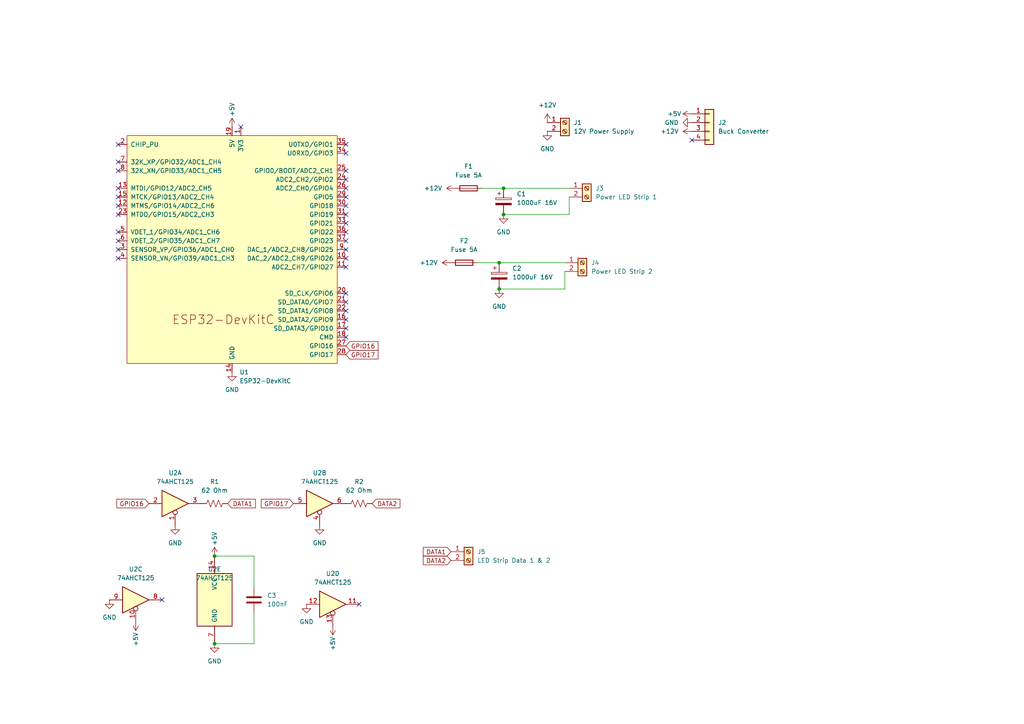
<source format=kicad_sch>
(kicad_sch (version 20250114) (generator "eeschema") (generator_version "9.0")
  (paper "A4")
  (lib_symbols
    (symbol "74xx:74AHCT125" (pin_names (offset 1.016))
      (property "Reference" "U" (at 0 1.27 0))
      (property "Value" "74AHCT125" (at 0 -1.27 0))
      (symbol "74AHCT125_1_0"
        (polyline (pts (xy -3.81 3.81) (xy -3.81 -3.81) (xy 3.81 0) (xy -3.81 3.81)) (stroke (width 0.254)) (fill (type background)))
        (pin input line (at -7.62 0 0) (length 3.81) (name "~") (number "2"))
        (pin input inverted (at 0 -6.35 90) (length 4.445) (name "~") (number "1"))
        (pin tri_state line (at 7.62 0 180) (length 3.81) (name "~") (number "3"))
      )
      (symbol "74AHCT125_2_0"
        (polyline (pts (xy -3.81 3.81) (xy -3.81 -3.81) (xy 3.81 0) (xy -3.81 3.81)) (stroke (width 0.254)) (fill (type background)))
        (pin input line (at -7.62 0 0) (length 3.81) (name "~") (number "5"))
        (pin input inverted (at 0 -6.35 90) (length 4.445) (name "~") (number "4"))
        (pin tri_state line (at 7.62 0 180) (length 3.81) (name "~") (number "6"))
      )
      (symbol "74AHCT125_3_0"
        (polyline (pts (xy -3.81 3.81) (xy -3.81 -3.81) (xy 3.81 0) (xy -3.81 3.81)) (stroke (width 0.254)) (fill (type background)))
        (pin input line (at -7.62 0 0) (length 3.81) (name "~") (number "9"))
        (pin input inverted (at 0 -6.35 90) (length 4.445) (name "~") (number "10"))
        (pin tri_state line (at 7.62 0 180) (length 3.81) (name "~") (number "8"))
      )
      (symbol "74AHCT125_4_0"
        (polyline (pts (xy -3.81 3.81) (xy -3.81 -3.81) (xy 3.81 0) (xy -3.81 3.81)) (stroke (width 0.254)) (fill (type background)))
        (pin input line (at -7.62 0 0) (length 3.81) (name "~") (number "12"))
        (pin input inverted (at 0 -6.35 90) (length 4.445) (name "~") (number "13"))
        (pin tri_state line (at 7.62 0 180) (length 3.81) (name "~") (number "11"))
      )
      (symbol "74AHCT125_5_0"
        (pin power_in line (at 0 12.7 270) (length 5.08) (name "VCC") (number "14"))
        (pin power_in line (at 0 -12.7 90) (length 5.08) (name "GND") (number "7"))
      )
      (symbol "74AHCT125_5_1"
        (rectangle (start -5.08 7.62) (end 5.08 -7.62) (stroke (width 0.254)) (fill (type background)))
      )
    )
    (symbol "Connector:Screw_Terminal_01x02" (pin_names (offset 1.016) (hide yes))
      (property "Reference" "J" (at 0 2.54 0))
      (property "Value" "Screw_Terminal_01x02" (at 0 -5.08 0))
      (symbol "Screw_Terminal_01x02_1_1"
        (rectangle (start -1.27 1.27) (end 1.27 -3.81) (stroke (width 0.254)) (fill (type background)))
        (polyline (pts (xy -0.5334 0.3302) (xy 0.3302 -0.508)) (stroke (width 0.1524)))
        (polyline (pts (xy -0.5334 -2.2098) (xy 0.3302 -3.048)) (stroke (width 0.1524)))
        (polyline (pts (xy -0.3556 0.508) (xy 0.508 -0.3302)) (stroke (width 0.1524)))
        (polyline (pts (xy -0.3556 -2.032) (xy 0.508 -2.8702)) (stroke (width 0.1524)))
        (circle (center 0 0) (radius 0.635) (stroke (width 0.1524)))
        (circle (center 0 -2.54) (radius 0.635) (stroke (width 0.1524)))
        (pin passive line (at -5.08 0 0) (length 3.81) (name "Pin_1") (number "1"))
        (pin passive line (at -5.08 -2.54 0) (length 3.81) (name "Pin_2") (number "2"))
      )
    )
    (symbol "Connector_Generic:Conn_01x04" (pin_names (offset 1.016) (hide yes))
      (property "Reference" "J" (at 0 5.08 0))
      (property "Value" "Conn_01x04" (at 0 -7.62 0))
      (symbol "Conn_01x04_1_1"
        (rectangle (start -1.27 3.81) (end 1.27 -6.35) (stroke (width 0.254)) (fill (type background)))
        (rectangle (start -1.27 2.667) (end 0 2.413) (stroke (width 0.1524)))
        (rectangle (start -1.27 0.127) (end 0 -0.127) (stroke (width 0.1524)))
        (rectangle (start -1.27 -2.413) (end 0 -2.667) (stroke (width 0.1524)))
        (rectangle (start -1.27 -4.953) (end 0 -5.207) (stroke (width 0.1524)))
        (pin passive line (at -5.08 2.54 0) (length 3.81) (name "Pin_1") (number "1"))
        (pin passive line (at -5.08 0 0) (length 3.81) (name "Pin_2") (number "2"))
        (pin passive line (at -5.08 -2.54 0) (length 3.81) (name "Pin_3") (number "3"))
        (pin passive line (at -5.08 -5.08 0) (length 3.81) (name "Pin_4") (number "4"))
      )
    )
    (symbol "Device:C" (pin_numbers (hide yes)) (pin_names (offset 0.254))
      (property "Reference" "C" (at 0.635 2.54 0))
      (property "Value" "C" (at 0.635 -2.54 0))
      (symbol "C_0_1"
        (polyline (pts (xy -2.032 0.762) (xy 2.032 0.762)) (stroke (width 0.508)))
        (polyline (pts (xy -2.032 -0.762) (xy 2.032 -0.762)) (stroke (width 0.508)))
      )
      (symbol "C_1_1"
        (pin passive line (at 0 3.81 270) (length 2.794) (name "~") (number "1"))
        (pin passive line (at 0 -3.81 90) (length 2.794) (name "~") (number "2"))
      )
    )
    (symbol "Device:C_Polarized" (pin_numbers (hide yes)) (pin_names (offset 0.254))
      (property "Reference" "C" (at 0.635 2.54 0))
      (property "Value" "C_Polarized" (at 0.635 -2.54 0))
      (symbol "C_Polarized_0_1"
        (rectangle (start -2.286 0.508) (end 2.286 1.016))
        (polyline (pts (xy -1.778 2.286) (xy -0.762 2.286)))
        (polyline (pts (xy -1.27 2.794) (xy -1.27 1.778)))
        (rectangle (start 2.286 -0.508) (end -2.286 -1.016) (fill (type outline)))
      )
      (symbol "C_Polarized_1_1"
        (pin passive line (at 0 3.81 270) (length 2.794) (name "~") (number "1"))
        (pin passive line (at 0 -3.81 90) (length 2.794) (name "~") (number "2"))
      )
    )
    (symbol "Device:Fuse" (pin_numbers (hide yes)) (pin_names (offset 0))
      (property "Reference" "F" (at 2.032 0 90))
      (property "Value" "Fuse" (at -1.905 0 90))
      (symbol "Fuse_0_1"
        (rectangle (start -0.762 -2.54) (end 0.762 2.54) (stroke (width 0.254)))
        (polyline (pts (xy 0 2.54) (xy 0 -2.54)))
      )
      (symbol "Fuse_1_1"
        (pin passive line (at 0 3.81 270) (length 1.27) (name "~") (number "1"))
        (pin passive line (at 0 -3.81 90) (length 1.27) (name "~") (number "2"))
      )
    )
    (symbol "Device:R_US" (pin_numbers (hide yes)) (pin_names (offset 0))
      (property "Reference" "R" (at 2.54 0 90))
      (property "Value" "R_US" (at -2.54 0 90))
      (symbol "R_US_0_1"
        (polyline (pts (xy 0 2.286) (xy 0 2.54)))
        (polyline (pts (xy 0 2.286) (xy 1.016 1.905) (xy 0 1.524) (xy -1.016 1.143) (xy 0 0.762)))
        (polyline (pts (xy 0 0.762) (xy 1.016 0.381) (xy 0 0) (xy -1.016 -0.381) (xy 0 -0.762)))
        (polyline (pts (xy 0 -0.762) (xy 1.016 -1.143) (xy 0 -1.524) (xy -1.016 -1.905) (xy 0 -2.286)))
        (polyline (pts (xy 0 -2.286) (xy 0 -2.54)))
      )
      (symbol "R_US_1_1"
        (pin passive line (at 0 3.81 270) (length 1.27) (name "~") (number "1"))
        (pin passive line (at 0 -3.81 90) (length 1.27) (name "~") (number "2"))
      )
    )
    (symbol "PCM_Espressif:ESP32-DevKitC" (pin_names (offset 1.016))
      (property "Reference" "U" (at -30.48 38.1 0))
      (property "Value" "ESP32-DevKitC" (at -30.48 35.56 0))
      (symbol "ESP32-DevKitC_0_0"
        (text "ESP32-DevKitC" (at -2.54 -20.32 0) (effects (font (size 2.54 2.54))))
        (pin power_in line (at 0 35.56 270) (length 2.54) (name "5V") (number "19"))
        (pin power_in line (at 0 -35.56 90) (length 2.54) (name "GND") (number "14"))
      )
      (symbol "ESP32-DevKitC_0_1"
        (rectangle (start -30.48 33.02) (end 30.48 -33.02) (fill (type background)))
      )
      (symbol "ESP32-DevKitC_1_1"
        (pin input line (at -33.02 30.48 0) (length 2.54) (name "CHIP_PU") (number "2"))
        (pin bidirectional line (at -33.02 25.4 0) (length 2.54) (name "32K_XP/GPIO32/ADC1_CH4") (number "7"))
        (pin bidirectional line (at -33.02 22.86 0) (length 2.54) (name "32K_XN/GPIO33/ADC1_CH5") (number "8"))
        (pin bidirectional line (at -33.02 17.78 0) (length 2.54) (name "MTDI/GPIO12/ADC2_CH5") (number "13"))
        (pin bidirectional line (at -33.02 15.24 0) (length 2.54) (name "MTCK/GPIO13/ADC2_CH4") (number "15"))
        (pin bidirectional line (at -33.02 12.7 0) (length 2.54) (name "MTMS/GPIO14/ADC2_CH6") (number "12"))
        (pin bidirectional line (at -33.02 10.16 0) (length 2.54) (name "MTDO/GPIO15/ADC2_CH3") (number "23"))
        (pin input line (at -33.02 5.08 0) (length 2.54) (name "VDET_1/GPIO34/ADC1_CH6") (number "5"))
        (pin input line (at -33.02 2.54 0) (length 2.54) (name "VDET_2/GPIO35/ADC1_CH7") (number "6"))
        (pin input line (at -33.02 0 0) (length 2.54) (name "SENSOR_VP/GPIO36/ADC1_CH0") (number "3"))
        (pin input line (at -33.02 -2.54 0) (length 2.54) (name "SENSOR_VN/GPIO39/ADC1_CH3") (number "4"))
        (pin passive line (at 0 -35.56 90) (length 2.54) (hide yes) (name "GND") (number "32"))
        (pin passive line (at 0 -35.56 90) (length 2.54) (hide yes) (name "GND") (number "38"))
        (pin power_in line (at 2.54 35.56 270) (length 2.54) (name "3V3") (number "1"))
        (pin bidirectional line (at 33.02 30.48 180) (length 2.54) (name "U0TXD/GPIO1") (number "35"))
        (pin bidirectional line (at 33.02 27.94 180) (length 2.54) (name "U0RXD/GPIO3") (number "34"))
        (pin bidirectional line (at 33.02 22.86 180) (length 2.54) (name "GPIO0/BOOT/ADC2_CH1") (number "25"))
        (pin bidirectional line (at 33.02 20.32 180) (length 2.54) (name "ADC2_CH2/GPIO2") (number "24"))
        (pin bidirectional line (at 33.02 17.78 180) (length 2.54) (name "ADC2_CH0/GPIO4") (number "26"))
        (pin bidirectional line (at 33.02 15.24 180) (length 2.54) (name "GPIO5") (number "29"))
        (pin bidirectional line (at 33.02 12.7 180) (length 2.54) (name "GPIO18") (number "30"))
        (pin bidirectional line (at 33.02 10.16 180) (length 2.54) (name "GPIO19") (number "31"))
        (pin bidirectional line (at 33.02 7.62 180) (length 2.54) (name "GPIO21") (number "33"))
        (pin bidirectional line (at 33.02 5.08 180) (length 2.54) (name "GPIO22") (number "36"))
        (pin bidirectional line (at 33.02 2.54 180) (length 2.54) (name "GPIO23") (number "37"))
        (pin bidirectional line (at 33.02 0 180) (length 2.54) (name "DAC_1/ADC2_CH8/GPIO25") (number "9"))
        (pin bidirectional line (at 33.02 -2.54 180) (length 2.54) (name "DAC_2/ADC2_CH9/GPIO26") (number "10"))
        (pin bidirectional line (at 33.02 -5.08 180) (length 2.54) (name "ADC2_CH7/GPIO27") (number "11"))
        (pin bidirectional line (at 33.02 -12.7 180) (length 2.54) (name "SD_CLK/GPIO6") (number "20"))
        (pin bidirectional line (at 33.02 -15.24 180) (length 2.54) (name "SD_DATA0/GPIO7") (number "21"))
        (pin bidirectional line (at 33.02 -17.78 180) (length 2.54) (name "SD_DATA1/GPIO8") (number "22"))
        (pin bidirectional line (at 33.02 -20.32 180) (length 2.54) (name "SD_DATA2/GPIO9") (number "16"))
        (pin bidirectional line (at 33.02 -22.86 180) (length 2.54) (name "SD_DATA3/GPIO10") (number "17"))
        (pin bidirectional line (at 33.02 -25.4 180) (length 2.54) (name "CMD") (number "18"))
        (pin bidirectional line (at 33.02 -27.94 180) (length 2.54) (name "GPIO16") (number "27"))
        (pin bidirectional line (at 33.02 -30.48 180) (length 2.54) (name "GPIO17") (number "28"))
      )
    )
    (symbol "power:+12V" (power) (pin_numbers (hide yes)) (pin_names (offset 0) (hide yes))
      (property "Value" "+12V" (at 0 3.556 0))
      (symbol "+12V_0_1"
        (polyline (pts (xy -0.762 1.27) (xy 0 2.54)))
        (polyline (pts (xy 0 2.54) (xy 0.762 1.27)))
        (polyline (pts (xy 0 0) (xy 0 2.54)))
      )
      (symbol "+12V_1_1"
        (pin power_in line (at 0 0 90) (length 0) (name "~") (number "1"))
      )
    )
    (symbol "power:+5V" (power) (pin_numbers (hide yes)) (pin_names (offset 0) (hide yes))
      (property "Value" "+5V" (at 0 3.556 0))
      (symbol "+5V_0_1"
        (polyline (pts (xy -0.762 1.27) (xy 0 2.54)))
        (polyline (pts (xy 0 2.54) (xy 0.762 1.27)))
        (polyline (pts (xy 0 0) (xy 0 2.54)))
      )
      (symbol "+5V_1_1"
        (pin power_in line (at 0 0 90) (length 0) (name "~") (number "1"))
      )
    )
    (symbol "power:GND" (power) (pin_numbers (hide yes)) (pin_names (offset 0) (hide yes))
      (property "Value" "GND" (at 0 -3.81 0))
      (symbol "GND_0_1"
        (polyline (pts (xy 0 0) (xy 0 -1.27) (xy 1.27 -1.27) (xy 0 -2.54) (xy -1.27 -1.27) (xy 0 -1.27)))
      )
      (symbol "GND_1_1"
        (pin power_in line (at 0 0 270) (length 0) (name "~") (number "1"))
      )
    )
  )
  (junction (at 144.78 83.82))
  (junction (at 62.23 186.69))
  (junction (at 146.05 54.61))
  (junction (at 144.78 76.2))
  (junction (at 62.23 161.29))
  (junction (at 146.05 62.23))
  (no_connect (at 34.29 59.69))
  (no_connect (at 100.33 72.39))
  (no_connect (at 100.33 57.15))
  (no_connect (at 34.29 57.15))
  (no_connect (at 100.33 69.85))
  (no_connect (at 100.33 64.77))
  (no_connect (at 200.66 40.64))
  (no_connect (at 34.29 72.39))
  (no_connect (at 100.33 67.31))
  (no_connect (at 34.29 46.99))
  (no_connect (at 46.99 173.99))
  (no_connect (at 34.29 49.53))
  (no_connect (at 69.85 36.83))
  (no_connect (at 34.29 67.31))
  (no_connect (at 100.33 44.45))
  (no_connect (at 100.33 97.79))
  (no_connect (at 100.33 52.07))
  (no_connect (at 100.33 62.23))
  (no_connect (at 100.33 41.91))
  (no_connect (at 34.29 62.23))
  (no_connect (at 100.33 85.09))
  (no_connect (at 100.33 49.53))
  (no_connect (at 34.29 41.91))
  (no_connect (at 34.29 69.85))
  (no_connect (at 100.33 59.69))
  (no_connect (at 100.33 54.61))
  (no_connect (at 104.14 175.26))
  (no_connect (at 100.33 74.93))
  (no_connect (at 100.33 90.17))
  (no_connect (at 100.33 95.25))
  (no_connect (at 34.29 54.61))
  (no_connect (at 100.33 77.47))
  (no_connect (at 34.29 74.93))
  (no_connect (at 100.33 87.63))
  (no_connect (at 100.33 92.71))
  (wire (pts (xy 73.66 170.18) (xy 73.66 161.29)))
  (wire (pts (xy 73.66 186.69) (xy 62.23 186.69)))
  (wire (pts (xy 165.1 57.15) (xy 165.1 62.23)))
  (wire (pts (xy 73.66 161.29) (xy 62.23 161.29)))
  (wire (pts (xy 165.1 62.23) (xy 146.05 62.23)))
  (wire (pts (xy 139.7 54.61) (xy 146.05 54.61)))
  (wire (pts (xy 163.83 83.82) (xy 144.78 83.82)))
  (wire (pts (xy 73.66 177.8) (xy 73.66 186.69)))
  (wire (pts (xy 163.83 78.74) (xy 163.83 83.82)))
  (wire (pts (xy 144.78 76.2) (xy 163.83 76.2)))
  (wire (pts (xy 146.05 54.61) (xy 165.1 54.61)))
  (wire (pts (xy 138.43 76.2) (xy 144.78 76.2)))
  (global_label "DATA2" (shape input) (at 107.95 146.05 0) (property "Intersheetrefs" "${INTERSHEET_REFS}" (effects (hide yes))))
  (global_label "DATA1" (shape input) (at 66.04 146.05 0) (property "Intersheetrefs" "${INTERSHEET_REFS}" (effects (hide yes))))
  (global_label "DATA2" (shape input) (at 130.81 162.56 180) (property "Intersheetrefs" "${INTERSHEET_REFS}" (effects (hide yes))))
  (global_label "DATA1" (shape input) (at 130.81 160.02 180) (property "Intersheetrefs" "${INTERSHEET_REFS}" (effects (hide yes))))
  (global_label "GPIO17" (shape input) (at 85.09 146.05 180) (property "Intersheetrefs" "${INTERSHEET_REFS}" (effects (hide yes))))
  (global_label "GPIO16" (shape input) (at 43.18 146.05 180) (property "Intersheetrefs" "${INTERSHEET_REFS}" (effects (hide yes))))
  (global_label "GPIO17" (shape input) (at 100.33 102.87 0) (property "Intersheetrefs" "${INTERSHEET_REFS}" (effects (hide yes))))
  (global_label "GPIO16" (shape input) (at 100.33 100.33 0) (property "Intersheetrefs" "${INTERSHEET_REFS}" (effects (hide yes))))
  (symbol (lib_id "power:+12V") (at 132.08 54.61 90) (unit 1)
    (property "Reference" "#PWR07" (effects (hide yes)))
    (property "Value" "+12V" (at 128.27 54.6099 90) (effects (justify left)))
    (property "Description" "Power symbol creates a global label with name \"+12V\"" (effects (hide yes)))
  )
  (symbol (lib_id "power:+5V") (at 96.52 181.61 180) (unit 1)
    (property "Reference" "#PWR016" (effects (hide yes)))
    (property "Value" "+5V" (at 96.52 186.69 90))
    (property "Description" "Power symbol creates a global label with name \"+5V\"" (effects (hide yes)))
  )
  (symbol (lib_id "power:+12V") (at 130.81 76.2 90) (unit 1)
    (property "Reference" "#PWR08" (effects (hide yes)))
    (property "Value" "+12V" (at 127 76.1999 90) (effects (justify left)))
    (property "Description" "Power symbol creates a global label with name \"+12V\"" (effects (hide yes)))
  )
  (symbol (lib_id "Device:C") (at 73.66 173.99 0) (unit 1)
    (property "Reference" "C3" (at 77.47 172.7199 0) (effects (justify left)))
    (property "Value" "100nF" (at 77.47 175.2599 0) (effects (justify left)))
    (property "Footprint" "Capacitor_THT:C_Rect_L4.0mm_W2.5mm_P2.50mm" (effects (hide yes)))
    (property "Description" "Unpolarized capacitor" (effects (hide yes)))
  )
  (symbol (lib_id "power:GND") (at 62.23 186.69 0) (unit 1)
    (property "Reference" "#PWR013" (effects (hide yes)))
    (property "Value" "GND" (at 62.23 191.77 0))
    (property "Description" "Power symbol creates a global label with name \"GND\" , ground" (effects (hide yes)))
  )
  (symbol (lib_id "74xx:74AHCT125") (at 92.71 146.05 0) (unit 2)
    (property "Reference" "U2" (at 92.71 137.16 0))
    (property "Value" "74AHCT125" (at 92.71 139.7 0))
    (property "Footprint" "Package_DIP:DIP-14_W7.62mm_Socket" (effects (hide yes)))
    (property "Datasheet" "https://www.ti.com/lit/ds/symlink/sn74ahct125.pdf" (effects (hide yes)))
    (property "Description" "Quadruple Bus Buffer Gates With 3-State Outputs" (effects (hide yes)))
  )
  (symbol (lib_id "power:GND") (at 88.9 175.26 0) (unit 1)
    (property "Reference" "#PWR017" (effects (hide yes)))
    (property "Value" "GND" (at 88.9 180.34 0))
    (property "Description" "Power symbol creates a global label with name \"GND\" , ground" (effects (hide yes)))
  )
  (symbol (lib_id "Connector:Screw_Terminal_01x02") (at 135.89 160.02 0) (unit 1)
    (property "Reference" "J5" (at 138.43 160.0199 0) (effects (justify left)))
    (property "Value" "LED Strip Data 1 & 2" (at 138.43 162.5599 0) (effects (justify left)))
    (property "Footprint" "TerminalBlock_Altech:Altech_AK100_1x02_P5.00mm" (effects (hide yes)))
    (property "Description" "Generic screw terminal, single row, 01x02, script generated (kicad-library-utils/schlib/autogen/connector/)" (effects (hide yes)))
  )
  (symbol (lib_id "Connector:Screw_Terminal_01x02") (at 168.91 76.2 0) (unit 1)
    (property "Reference" "J4" (at 171.45 76.1999 0) (effects (justify left)))
    (property "Value" "Power LED Strip 2" (at 171.45 78.7399 0) (effects (justify left)))
    (property "Footprint" "TerminalBlock_Altech:Altech_AK100_1x02_P5.00mm" (effects (hide yes)))
    (property "Description" "Generic screw terminal, single row, 01x02, script generated (kicad-library-utils/schlib/autogen/connector/)" (effects (hide yes)))
  )
  (symbol (lib_id "power:GND") (at 158.75 38.1 0) (unit 1)
    (property "Reference" "#PWR02" (effects (hide yes)))
    (property "Value" "GND" (at 158.75 43.18 0))
    (property "Description" "Power symbol creates a global label with name \"GND\" , ground" (effects (hide yes)))
  )
  (symbol (lib_id "power:GND") (at 50.8 152.4 0) (unit 1)
    (property "Reference" "#PWR014" (effects (hide yes)))
    (property "Value" "GND" (at 50.8 157.48 0))
    (property "Description" "Power symbol creates a global label with name \"GND\" , ground" (effects (hide yes)))
  )
  (symbol (lib_id "power:+12V") (at 158.75 35.56 0) (unit 1)
    (property "Reference" "#PWR01" (effects (hide yes)))
    (property "Value" "+12V" (at 158.75 30.48 0))
    (property "Description" "Power symbol creates a global label with name \"+12V\"" (effects (hide yes)))
  )
  (symbol (lib_id "74xx:74AHCT125") (at 50.8 146.05 0) (unit 1)
    (property "Reference" "U2" (at 50.8 137.16 0))
    (property "Value" "74AHCT125" (at 50.8 139.7 0))
    (property "Footprint" "Package_DIP:DIP-14_W7.62mm_Socket" (effects (hide yes)))
    (property "Datasheet" "https://www.ti.com/lit/ds/symlink/sn74ahct125.pdf" (effects (hide yes)))
    (property "Description" "Quadruple Bus Buffer Gates With 3-State Outputs" (effects (hide yes)))
  )
  (symbol (lib_id "power:GND") (at 67.31 107.95 0) (unit 1)
    (property "Reference" "#PWR011" (effects (hide yes)))
    (property "Value" "GND" (at 67.31 113.03 0))
    (property "Description" "Power symbol creates a global label with name \"GND\" , ground" (effects (hide yes)))
  )
  (symbol (lib_id "Device:R_US") (at 104.14 146.05 90) (unit 1)
    (property "Reference" "R2" (at 104.14 139.7 90))
    (property "Value" "62 Ohm" (at 104.14 142.24 90))
    (property "Footprint" "Resistor_THT:R_Axial_DIN0204_L3.6mm_D1.6mm_P5.08mm_Horizontal" (effects (hide yes)))
    (property "Description" "Resistor, US symbol" (effects (hide yes)))
  )
  (symbol (lib_id "Connector_Generic:Conn_01x04") (at 205.74 35.56 0) (unit 1)
    (property "Reference" "J2" (at 208.28 35.5599 0) (effects (justify left)))
    (property "Value" "Buck Converter" (at 208.28 38.0999 0) (effects (justify left)))
    (property "Footprint" "Connector_PinHeader_2.54mm:PinHeader_1x04_P2.54mm_Vertical" (effects (hide yes)))
    (property "Description" "Generic connector, single row, 01x04, script generated (kicad-library-utils/schlib/autogen/connector/)" (effects (hide yes)))
  )
  (symbol (lib_id "power:+5V") (at 200.66 33.02 90) (unit 1)
    (property "Reference" "#PWR03" (effects (hide yes)))
    (property "Value" "+5V" (at 195.58 33.02 90))
    (property "Description" "Power symbol creates a global label with name \"+5V\"" (effects (hide yes)))
  )
  (symbol (lib_id "Device:C_Polarized") (at 146.05 58.42 0) (unit 1)
    (property "Reference" "C1" (at 149.86 56.2609 0) (effects (justify left)))
    (property "Value" "1000uF 16V" (at 149.86 58.8009 0) (effects (justify left)))
    (property "Footprint" "Capacitor_THT:CP_Radial_D10.0mm_P5.00mm" (effects (hide yes)))
    (property "Description" "Polarized capacitor" (effects (hide yes)))
  )
  (symbol (lib_id "74xx:74AHCT125") (at 96.52 175.26 0) (unit 4)
    (property "Reference" "U2" (at 96.52 166.37 0))
    (property "Value" "74AHCT125" (at 96.52 168.91 0))
    (property "Footprint" "Package_DIP:DIP-14_W7.62mm_Socket" (effects (hide yes)))
    (property "Datasheet" "https://www.ti.com/lit/ds/symlink/sn74ahct125.pdf" (effects (hide yes)))
    (property "Description" "Quadruple Bus Buffer Gates With 3-State Outputs" (effects (hide yes)))
  )
  (symbol (lib_id "Device:C_Polarized") (at 144.78 80.01 0) (unit 1)
    (property "Reference" "C2" (at 148.59 77.8509 0) (effects (justify left)))
    (property "Value" "1000uF 16V" (at 148.59 80.3909 0) (effects (justify left)))
    (property "Footprint" "Capacitor_THT:CP_Radial_D10.0mm_P5.00mm" (effects (hide yes)))
    (property "Description" "Polarized capacitor" (effects (hide yes)))
  )
  (symbol (lib_id "power:+5V") (at 67.31 36.83 0) (unit 1)
    (property "Reference" "#PWR010" (effects (hide yes)))
    (property "Value" "+5V" (at 67.31 31.75 90))
    (property "Description" "Power symbol creates a global label with name \"+5V\"" (effects (hide yes)))
  )
  (symbol (lib_id "power:GND") (at 146.05 62.23 0) (unit 1)
    (property "Reference" "#PWR06" (effects (hide yes)))
    (property "Value" "GND" (at 146.05 67.31 0))
    (property "Description" "Power symbol creates a global label with name \"GND\" , ground" (effects (hide yes)))
  )
  (symbol (lib_id "Device:R_US") (at 62.23 146.05 90) (unit 1)
    (property "Reference" "R1" (at 62.23 139.7 90))
    (property "Value" "62 Ohm" (at 62.23 142.24 90))
    (property "Footprint" "Resistor_THT:R_Axial_DIN0204_L3.6mm_D1.6mm_P5.08mm_Horizontal" (effects (hide yes)))
    (property "Description" "Resistor, US symbol" (effects (hide yes)))
  )
  (symbol (lib_id "power:GND") (at 200.66 35.56 270) (unit 1)
    (property "Reference" "#PWR04" (effects (hide yes)))
    (property "Value" "GND" (at 196.85 35.5599 90) (effects (justify right)))
    (property "Description" "Power symbol creates a global label with name \"GND\" , ground" (effects (hide yes)))
  )
  (symbol (lib_id "Connector:Screw_Terminal_01x02") (at 163.83 35.56 0) (unit 1)
    (property "Reference" "J1" (at 166.37 35.5599 0) (effects (justify left)))
    (property "Value" "12V Power Supply" (at 166.37 38.0999 0) (effects (justify left)))
    (property "Footprint" "TerminalBlock_Altech:Altech_AK100_1x02_P5.00mm" (effects (hide yes)))
    (property "Description" "Generic screw terminal, single row, 01x02, script generated (kicad-library-utils/schlib/autogen/connector/)" (effects (hide yes)))
  )
  (symbol (lib_id "74xx:74AHCT125") (at 39.37 173.99 0) (unit 3)
    (property "Reference" "U2" (at 39.37 165.1 0))
    (property "Value" "74AHCT125" (at 39.37 167.64 0))
    (property "Footprint" "Package_DIP:DIP-14_W7.62mm_Socket" (effects (hide yes)))
    (property "Datasheet" "https://www.ti.com/lit/ds/symlink/sn74ahct125.pdf" (effects (hide yes)))
    (property "Description" "Quadruple Bus Buffer Gates With 3-State Outputs" (effects (hide yes)))
  )
  (symbol (lib_id "Device:Fuse") (at 134.62 76.2 90) (unit 1)
    (property "Reference" "F2" (at 134.62 69.85 90))
    (property "Value" "Fuse 5A" (at 134.62 72.39 90))
    (property "Footprint" "fuse-lib:micro fuse holder" (effects (hide yes)))
    (property "Description" "Fuse" (effects (hide yes)))
  )
  (symbol (lib_id "power:+5V") (at 39.37 180.34 180) (unit 1)
    (property "Reference" "#PWR019" (effects (hide yes)))
    (property "Value" "+5V" (at 39.37 185.42 90))
    (property "Description" "Power symbol creates a global label with name \"+5V\"" (effects (hide yes)))
  )
  (symbol (lib_id "power:+12V") (at 200.66 38.1 90) (unit 1)
    (property "Reference" "#PWR05" (effects (hide yes)))
    (property "Value" "+12V" (at 196.85 38.0999 90) (effects (justify left)))
    (property "Description" "Power symbol creates a global label with name \"+12V\"" (effects (hide yes)))
  )
  (symbol (lib_id "power:GND") (at 92.71 152.4 0) (unit 1)
    (property "Reference" "#PWR015" (effects (hide yes)))
    (property "Value" "GND" (at 92.71 157.48 0))
    (property "Description" "Power symbol creates a global label with name \"GND\" , ground" (effects (hide yes)))
  )
  (symbol (lib_id "Device:Fuse") (at 135.89 54.61 90) (unit 1)
    (property "Reference" "F1" (at 135.89 48.26 90))
    (property "Value" "Fuse 5A" (at 135.89 50.8 90))
    (property "Footprint" "fuse-lib:micro fuse holder" (effects (hide yes)))
    (property "Description" "Fuse" (effects (hide yes)))
  )
  (symbol (lib_id "74xx:74AHCT125") (at 62.23 173.99 0) (unit 5)
    (property "Reference" "U2" (at 62.23 165.1 0))
    (property "Value" "74AHCT125" (at 62.23 167.64 0))
    (property "Footprint" "Package_DIP:DIP-14_W7.62mm_Socket" (effects (hide yes)))
    (property "Datasheet" "https://www.ti.com/lit/ds/symlink/sn74ahct125.pdf" (effects (hide yes)))
    (property "Description" "Quadruple Bus Buffer Gates With 3-State Outputs" (effects (hide yes)))
  )
  (symbol (lib_id "power:GND") (at 31.75 173.99 0) (unit 1)
    (property "Reference" "#PWR018" (effects (hide yes)))
    (property "Value" "GND" (at 31.75 179.07 0))
    (property "Description" "Power symbol creates a global label with name \"GND\" , ground" (effects (hide yes)))
  )
  (symbol (lib_id "Connector:Screw_Terminal_01x02") (at 170.18 54.61 0) (unit 1)
    (property "Reference" "J3" (at 172.72 54.6099 0) (effects (justify left)))
    (property "Value" "Power LED Strip 1" (at 172.72 57.1499 0) (effects (justify left)))
    (property "Footprint" "TerminalBlock_Altech:Altech_AK100_1x02_P5.00mm" (effects (hide yes)))
    (property "Description" "Generic screw terminal, single row, 01x02, script generated (kicad-library-utils/schlib/autogen/connector/)" (effects (hide yes)))
  )
  (symbol (lib_id "power:+5V") (at 62.23 161.29 0) (unit 1)
    (property "Reference" "#PWR012" (effects (hide yes)))
    (property "Value" "+5V" (at 62.23 156.21 90))
    (property "Description" "Power symbol creates a global label with name \"+5V\"" (effects (hide yes)))
  )
  (symbol (lib_id "power:GND") (at 144.78 83.82 0) (unit 1)
    (property "Reference" "#PWR09" (effects (hide yes)))
    (property "Value" "GND" (at 144.78 88.9 0))
    (property "Description" "Power symbol creates a global label with name \"GND\" , ground" (effects (hide yes)))
  )
  (symbol (lib_id "PCM_Espressif:ESP32-DevKitC") (at 67.31 72.39 0) (unit 1)
    (property "Reference" "U1" (at 69.4533 107.95 0) (effects (justify left)))
    (property "Value" "ESP32-DevKitC" (at 69.4533 110.49 0) (effects (justify left)))
    (property "Footprint" "PCM_Espressif:ESP32-DevKitC" (effects (hide yes)))
    (property "Datasheet" "https://docs.espressif.com/projects/esp-idf/zh_CN/latest/esp32/hw-reference/esp32/get-started-devkitc.html" (effects (hide yes)))
    (property "Description" "Development Kit" (effects (hide yes)))
  )
)
</source>
